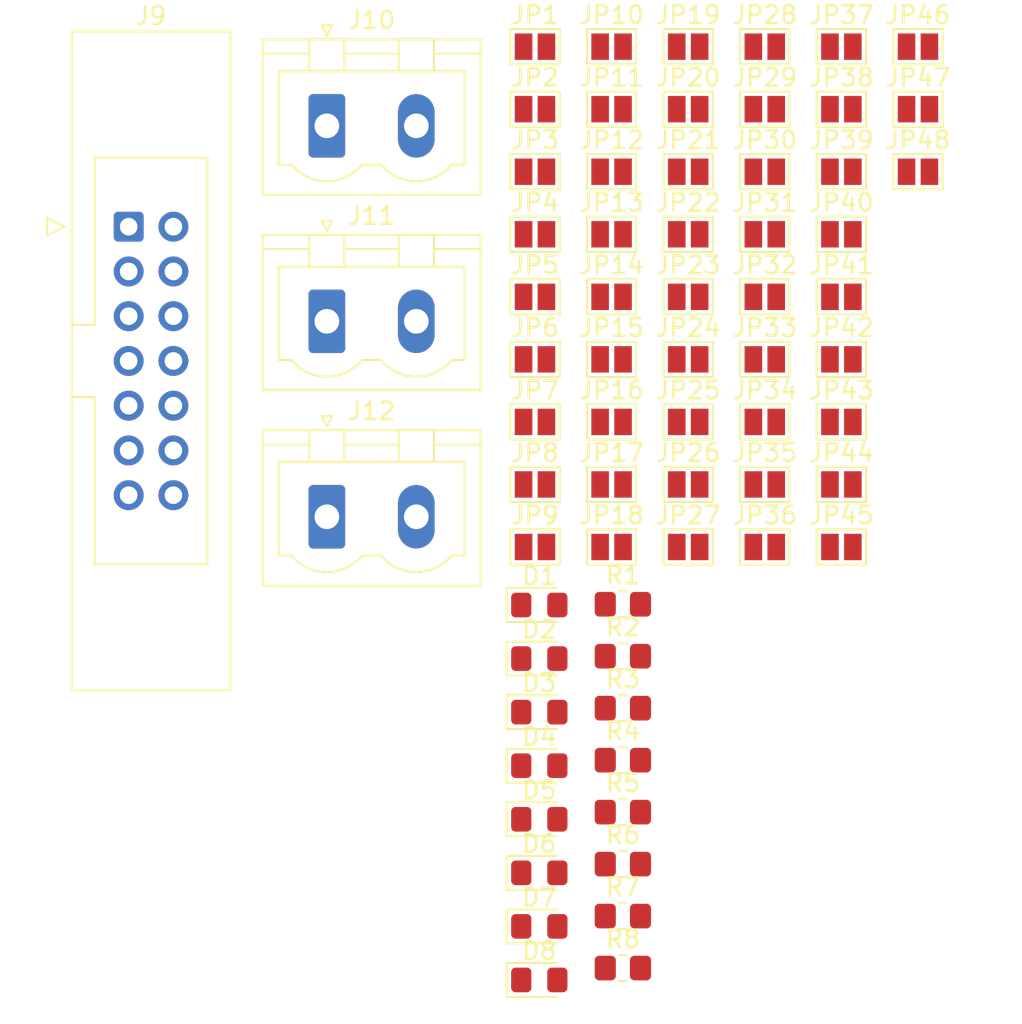
<source format=kicad_pcb>
(kicad_pcb (version 20240108) (generator "pcbnew") (generator_version "8.0")
  (layers (0 "F.Cu" signal) (31 "B.Cu" signal) (34 "B.Paste" user) (35 "F.Paste" user) (36 "B.SilkS" user "B.Silkscreen") (37 "F.SilkS" user "F.Silkscreen") (38 "B.Mask" user) (39 "F.Mask" user) (44 "Edge.Cuts" user))
  (net 0 "")
  (net 1 "Net-(D1-A)")
  (net 2 "Kanal 1")
  (net 3 "Kanal 2")
  (net 4 "Net-(D2-A)")
  (net 5 "Kanal 3")
  (net 6 "Net-(D3-A)")
  (net 7 "Net-(D4-A)")
  (net 8 "Kanal 4")
  (net 9 "Kanal 5")
  (net 10 "Net-(D5-A)")
  (net 11 "Kanal 6")
  (net 12 "Net-(D6-A)")
  (net 13 "Kanal 7")
  (net 14 "Net-(D7-A)")
  (net 15 "Net-(D8-A)")
  (net 16 "Kanal 8")
  (net 17 "+24V")
  (net 18 "GND")
  (net 19 "Rail A")
  (net 20 "Rail B")
  (net 21 "K1_COM")
  (net 22 "K1_NO")
  (net 23 "K1_NC")
  (net 24 "K2_COM")
  (net 25 "K2_NO")
  (net 26 "K2_NC")
  (net 27 "K3_COM")
  (net 28 "K3_NO")
  (net 29 "K3_NC")
  (net 30 "K4_COM")
  (net 31 "K4_NO")
  (net 32 "K4_NC")
  (net 33 "K5_COM")
  (net 34 "K5_NO")
  (net 35 "K5_NC")
  (net 36 "K6_COM")
  (net 37 "K6_NO")
  (net 38 "K6_NC")
  (net 39 "K7_COM")
  (net 40 "K7_NO")
  (net 41 "K7_NC")
  (net 42 "K8_COM")
  (net 43 "K8_NO")
  (net 44 "K8_NC")
  (footprint "Jumper:SolderJumper-2_P1.3mm_Open_Pad1.0x1.5mm" (layer "F.Cu") (at 158.01 68.85)
    (property "Reference" "JP4" (at 0 -1.8 0) (layer "F.SilkS"))
    (property "Value" "Jumper_2_Open")
    (pad "1" smd rect (at -0.65 0) (size 1 1.5) (layers "F.Cu" "F.Mask") (net 20 "Rail B"))
    (pad "2" smd rect (at 0.65 0) (size 1 1.5) (layers "F.Cu" "F.Mask") (net 22 "K1_NO"))
  )
  (footprint "Jumper:SolderJumper-2_P1.3mm_Open_Pad1.0x1.5mm" (layer "F.Cu") (at 166.71 68.85)
    (property "Reference" "JP22" (at 0 -1.8 0) (layer "F.SilkS"))
    (property "Value" "Jumper_2_Open")
    (pad "1" smd rect (at -0.65 0) (size 1 1.5) (layers "F.Cu" "F.Mask") (net 19 "Rail A"))
    (pad "2" smd rect (at 0.65 0) (size 1 1.5) (layers "F.Cu" "F.Mask") (net 32 "K4_NC"))
  )
  (footprint "Jumper:SolderJumper-2_P1.3mm_Open_Pad1.0x1.5mm" (layer "F.Cu") (at 175.41 75.95)
    (property "Reference" "JP42" (at 0 -1.8 0) (layer "F.SilkS"))
    (property "Value" "Jumper_2_Open")
    (pad "1" smd rect (at -0.65 0) (size 1 1.5) (layers "F.Cu" "F.Mask") (net 20 "Rail B"))
    (pad "2" smd rect (at 0.65 0) (size 1 1.5) (layers "F.Cu" "F.Mask") (net 41 "K7_NC"))
  )
  (footprint "Jumper:SolderJumper-2_P1.3mm_Open_Pad1.0x1.5mm" (layer "F.Cu") (at 175.41 68.85)
    (property "Reference" "JP40" (at 0 -1.8 0) (layer "F.SilkS"))
    (property "Value" "Jumper_2_Open")
    (pad "1" smd rect (at -0.65 0) (size 1 1.5) (layers "F.Cu" "F.Mask") (net 19 "Rail A"))
    (pad "2" smd rect (at 0.65 0) (size 1 1.5) (layers "F.Cu" "F.Mask") (net 41 "K7_NC"))
  )
  (footprint "LED_SMD:LED_0805_2012Metric_Pad1.15x1.40mm_HandSolder" (layer "F.Cu") (at 158.255 95.975)
    (property "Reference" "D3" (at 0 -1.65 0) (layer "F.SilkS"))
    (property "Value" "LED Low current")
    (pad "1" smd roundrect (at -1.025 0) (size 1.15 1.4) (layers "F.Cu" "F.Paste" "F.Mask") (roundrect_rratio 0.217391) (net 5 "Kanal 3"))
    (pad "2" smd roundrect (at 1.025 0) (size 1.15 1.4) (layers "F.Cu" "F.Paste" "F.Mask") (roundrect_rratio 0.217391) (net 6 "Net-(D3-A)"))
  )
  (footprint "Jumper:SolderJumper-2_P1.3mm_Open_Pad1.0x1.5mm" (layer "F.Cu") (at 171.06 65.3)
    (property "Reference" "JP30" (at 0 -1.8 0) (layer "F.SilkS"))
    (property "Value" "Jumper_2_Open")
    (pad "1" smd rect (at -0.65 0) (size 1 1.5) (layers "F.Cu" "F.Mask") (net 20 "Rail B"))
    (pad "2" smd rect (at 0.65 0) (size 1 1.5) (layers "F.Cu" "F.Mask") (net 35 "K5_NC"))
  )
  (footprint "Jumper:SolderJumper-2_P1.3mm_Open_Pad1.0x1.5mm" (layer "F.Cu") (at 158.01 58.2)
    (property "Reference" "JP1" (at 0 -1.8 0) (layer "F.SilkS"))
    (property "Value" "Jumper_2_Open")
    (pad "1" smd rect (at -0.65 0) (size 1 1.5) (layers "F.Cu" "F.Mask") (net 20 "Rail B"))
    (pad "2" smd rect (at 0.65 0) (size 1 1.5) (layers "F.Cu" "F.Mask") (net 21 "K1_COM"))
  )
  (footprint "Jumper:SolderJumper-2_P1.3mm_Open_Pad1.0x1.5mm" (layer "F.Cu") (at 171.06 83.05)
    (property "Reference" "JP35" (at 0 -1.8 0) (layer "F.SilkS"))
    (property "Value" "Jumper_2_Open")
    (pad "1" smd rect (at -0.65 0) (size 1 1.5) (layers "F.Cu" "F.Mask") (net 20 "Rail B"))
    (pad "2" smd rect (at 0.65 0) (size 1 1.5) (layers "F.Cu" "F.Mask") (net 37 "K6_NO"))
  )
  (footprint "Jumper:SolderJumper-2_P1.3mm_Open_Pad1.0x1.5mm" (layer "F.Cu") (at 175.41 79.5)
    (property "Reference" "JP43" (at 0 -1.8 0) (layer "F.SilkS"))
    (property "Value" "Jumper_2_Open")
    (pad "1" smd rect (at -0.65 0) (size 1 1.5) (layers "F.Cu" "F.Mask") (net 19 "Rail A"))
    (pad "2" smd rect (at 0.65 0) (size 1 1.5) (layers "F.Cu" "F.Mask") (net 42 "K8_COM"))
  )
  (footprint "Jumper:SolderJumper-2_P1.3mm_Open_Pad1.0x1.5mm" (layer "F.Cu") (at 166.71 58.2)
    (property "Reference" "JP19" (at 0 -1.8 0) (layer "F.SilkS"))
    (property "Value" "Jumper_2_Open")
    (pad "1" smd rect (at -0.65 0) (size 1 1.5) (layers "F.Cu" "F.Mask") (net 19 "Rail A"))
    (pad "2" smd rect (at 0.65 0) (size 1 1.5) (layers "F.Cu" "F.Mask") (net 30 "K4_COM"))
  )
  (footprint "Jumper:SolderJumper-2_P1.3mm_Open_Pad1.0x1.5mm" (layer "F.Cu") (at 179.76 61.75)
    (property "Reference" "JP47" (at 0 -1.8 0) (layer "F.SilkS"))
    (property "Value" "Jumper_2_Open")
    (pad "1" smd rect (at -0.65 0) (size 1 1.5) (layers "F.Cu" "F.Mask") (net 20 "Rail B"))
    (pad "2" smd rect (at 0.65 0) (size 1 1.5) (layers "F.Cu" "F.Mask") (net 43 "K8_NO"))
  )
  (footprint "Jumper:SolderJumper-2_P1.3mm_Open_Pad1.0x1.5mm" (layer "F.Cu") (at 162.36 61.75)
    (property "Reference" "JP11" (at 0 -1.8 0) (layer "F.SilkS"))
    (property "Value" "Jumper_2_Open")
    (pad "1" smd rect (at -0.65 0) (size 1 1.5) (layers "F.Cu" "F.Mask") (net 20 "Rail B"))
    (pad "2" smd rect (at 0.65 0) (size 1 1.5) (layers "F.Cu" "F.Mask") (net 25 "K2_NO"))
  )
  (footprint "Jumper:SolderJumper-2_P1.3mm_Open_Pad1.0x1.5mm" (layer "F.Cu") (at 158.01 86.6)
    (property "Reference" "JP9" (at 0 -1.8 0) (layer "F.SilkS"))
    (property "Value" "Jumper_2_Open")
    (pad "1" smd rect (at -0.65 0) (size 1 1.5) (layers "F.Cu" "F.Mask") (net 19 "Rail A"))
    (pad "2" smd rect (at 0.65 0) (size 1 1.5) (layers "F.Cu" "F.Mask") (net 25 "K2_NO"))
  )
  (footprint "Jumper:SolderJumper-2_P1.3mm_Open_Pad1.0x1.5mm" (layer "F.Cu") (at 175.41 58.2)
    (property "Reference" "JP37" (at 0 -1.8 0) (layer "F.SilkS"))
    (property "Value" "Jumper_2_Open")
    (pad "1" smd rect (at -0.65 0) (size 1 1.5) (layers "F.Cu" "F.Mask") (net 19 "Rail A"))
    (pad "2" smd rect (at 0.65 0) (size 1 1.5) (layers "F.Cu" "F.Mask") (net 39 "K7_COM"))
  )
  (footprint "Connector_Phoenix_MSTB:PhoenixContact_MSTBVA_2,5_2-G-5,08_1x02_P5.08mm_Vertical" (layer "F.Cu") (at 146.19 73.79)
    (property "Reference" "J11" (at 2.54 -6 0) (layer "F.SilkS"))
    (property "Value" "Conn_01x02_Socket")
    (pad "1" thru_hole roundrect (at 0 0) (size 2.08 3.6) (drill 1.4) (layers "*.Cu" "*.Mask") (roundrect_rratio 0.120192) (net 19 "Rail A"))
    (pad "2" thru_hole oval (at 5.08 0) (size 2.08 3.6) (drill 1.4) (layers "*.Cu" "*.Mask") (net 20 "Rail B"))
  )
  (footprint "Connector_IDC:IDC-Header_2x07_P2.54mm_Latch_Vertical" (layer "F.Cu") (at 134.935 68.42)
    (property "Reference" "J9" (at 1.27 -11.97 0) (layer "F.SilkS"))
    (property "Value" "Conn_02x07_Odd_Even")
    (pad "1" thru_hole roundrect (at 0 0) (size 1.7 1.7) (drill 1) (layers "*.Cu" "*.Mask") (roundrect_rratio 0.147059) (net 2 "Kanal 1"))
    (pad "2" thru_hole circle (at 2.54 0) (size 1.7 1.7) (drill 1) (layers "*.Cu" "*.Mask") (net 3 "Kanal 2"))
    (pad "3" thru_hole circle (at 0 2.54) (size 1.7 1.7) (drill 1) (layers "*.Cu" "*.Mask") (net 5 "Kanal 3"))
    (pad "4" thru_hole circle (at 2.54 2.54) (size 1.7 1.7) (drill 1) (layers "*.Cu" "*.Mask") (net 8 "Kanal 4"))
    (pad "5" thru_hole circle (at 0 5.08) (size 1.7 1.7) (drill 1) (layers "*.Cu" "*.Mask") (net 9 "Kanal 5"))
    (pad "6" thru_hole circle (at 2.54 5.08) (size 1.7 1.7) (drill 1) (layers "*.Cu" "*.Mask") (net 11 "Kanal 6"))
    (pad "7" thru_hole circle (at 0 7.62) (size 1.7 1.7) (drill 1) (layers "*.Cu" "*.Mask") (net 13 "Kanal 7"))
    (pad "8" thru_hole circle (at 2.54 7.62) (size 1.7 1.7) (drill 1) (layers "*.Cu" "*.Mask") (net 16 "Kanal 8"))
    (pad "9" thru_hole circle (at 0 10.16) (size 1.7 1.7) (drill 1) (layers "*.Cu" "*.Mask") (net 17 "+24V"))
    (pad "10" thru_hole circle (at 2.54 10.16) (size 1.7 1.7) (drill 1) (layers "*.Cu" "*.Mask") (net 18 "GND"))
    (pad "11" thru_hole circle (at 0 12.7) (size 1.7 1.7) (drill 1) (layers "*.Cu" "*.Mask") (net 17 "+24V"))
    (pad "12" thru_hole circle (at 2.54 12.7) (size 1.7 1.7) (drill 1) (layers "*.Cu" "*.Mask") (net 18 "GND"))
    (pad "13" thru_hole circle (at 0 15.24) (size 1.7 1.7) (drill 1) (layers "*.Cu" "*.Mask") (net 17 "+24V"))
    (pad "14" thru_hole circle (at 2.54 15.24) (size 1.7 1.7) (drill 1) (layers "*.Cu" "*.Mask") (net 18 "GND"))
  )
  (footprint "Jumper:SolderJumper-2_P1.3mm_Open_Pad1.0x1.5mm" (layer "F.Cu") (at 175.41 65.3)
    (property "Reference" "JP39" (at 0 -1.8 0) (layer "F.SilkS"))
    (property "Value" "Jumper_2_Open")
    (pad "1" smd rect (at -0.65 0) (size 1 1.5) (layers "F.Cu" "F.Mask") (net 19 "Rail A"))
    (pad "2" smd rect (at 0.65 0) (size 1 1.5) (layers "F.Cu" "F.Mask") (net 40 "K7_NO"))
  )
  (footprint "LED_SMD:LED_0805_2012Metric_Pad1.15x1.40mm_HandSolder" (layer "F.Cu") (at 158.255 92.935)
    (property "Reference" "D2" (at 0 -1.65 0) (layer "F.SilkS"))
    (property "Value" "LED Low current")
    (pad "1" smd roundrect (at -1.025 0) (size 1.15 1.4) (layers "F.Cu" "F.Paste" "F.Mask") (roundrect_rratio 0.217391) (net 3 "Kanal 2"))
    (pad "2" smd roundrect (at 1.025 0) (size 1.15 1.4) (layers "F.Cu" "F.Paste" "F.Mask") (roundrect_rratio 0.217391) (net 4 "Net-(D2-A)"))
  )
  (footprint "Jumper:SolderJumper-2_P1.3mm_Open_Pad1.0x1.5mm" (layer "F.Cu") (at 171.06 58.2)
    (property "Reference" "JP28" (at 0 -1.8 0) (layer "F.SilkS"))
    (property "Value" "Jumper_2_Open")
    (pad "1" smd rect (at -0.65 0) (size 1 1.5) (layers "F.Cu" "F.Mask") (net 19 "Rail A"))
    (pad "2" smd rect (at 0.65 0) (size 1 1.5) (layers "F.Cu" "F.Mask") (net 35 "K5_NC"))
  )
  (footprint "Jumper:SolderJumper-2_P1.3mm_Open_Pad1.0x1.5mm" (layer "F.Cu") (at 162.36 83.05)
    (property "Reference" "JP17" (at 0 -1.8 0) (layer "F.SilkS"))
    (property "Value" "Jumper_2_Open")
    (pad "1" smd rect (at -0.65 0) (size 1 1.5) (layers "F.Cu" "F.Mask") (net 20 "Rail B"))
    (pad "2" smd rect (at 0.65 0) (size 1 1.5) (layers "F.Cu" "F.Mask") (net 28 "K3_NO"))
  )
  (footprint "Resistor_SMD:R_0805_2012Metric_Pad1.20x1.40mm_HandSolder" (layer "F.Cu") (at 163 104.6)
    (property "Reference" "R6" (at 0 -1.65 0) (layer "F.SilkS"))
    (property "Value" "12.1k")
    (pad "1" smd roundrect (at -1 0) (size 1.2 1.4) (layers "F.Cu" "F.Paste" "F.Mask") (roundrect_rratio 0.208333) (net 12 "Net-(D6-A)"))
    (pad "2" smd roundrect (at 1 0) (size 1.2 1.4) (layers "F.Cu" "F.Paste" "F.Mask") (roundrect_rratio 0.208333) (net 18 "GND"))
  )
  (footprint "Resistor_SMD:R_0805_2012Metric_Pad1.20x1.40mm_HandSolder" (layer "F.Cu") (at 163 101.65)
    (property "Reference" "R5" (at 0 -1.65 0) (layer "F.SilkS"))
    (property "Value" "12.1k")
    (pad "1" smd roundrect (at -1 0) (size 1.2 1.4) (layers "F.Cu" "F.Paste" "F.Mask") (roundrect_rratio 0.208333) (net 10 "Net-(D5-A)"))
    (pad "2" smd roundrect (at 1 0) (size 1.2 1.4) (layers "F.Cu" "F.Paste" "F.Mask") (roundrect_rratio 0.208333) (net 18 "GND"))
  )
  (footprint "Jumper:SolderJumper-2_P1.3mm_Open_Pad1.0x1.5mm" (layer "F.Cu") (at 162.36 86.6)
    (property "Reference" "JP18" (at 0 -1.8 0) (layer "F.SilkS"))
    (property "Value" "Jumper_2_Open")
    (pad "1" smd rect (at -0.65 0) (size 1 1.5) (layers "F.Cu" "F.Mask") (net 20 "Rail B"))
    (pad "2" smd rect (at 0.65 0) (size 1 1.5) (layers "F.Cu" "F.Mask") (net 29 "K3_NC"))
  )
  (footprint "Jumper:SolderJumper-2_P1.3mm_Open_Pad1.0x1.5mm" (layer "F.Cu") (at 166.71 61.75)
    (property "Reference" "JP20" (at 0 -1.8 0) (layer "F.SilkS"))
    (property "Value" "Jumper_2_Open")
    (pad "1" smd rect (at -0.65 0) (size 1 1.5) (layers "F.Cu" "F.Mask") (net 20 "Rail B"))
    (pad "2" smd rect (at 0.65 0) (size 1 1.5) (layers "F.Cu" "F.Mask") (net 30 "K4_COM"))
  )
  (footprint "Jumper:SolderJumper-2_P1.3mm_Open_Pad1.0x1.5mm" (layer "F.Cu") (at 175.41 86.6)
    (property "Reference" "JP45" (at 0 -1.8 0) (layer "F.SilkS"))
    (property "Value" "Jumper_2_Open")
    (pad "1" smd rect (at -0.65 0) (size 1 1.5) (layers "F.Cu" "F.Mask") (net 19 "Rail A"))
    (pad "2" smd rect (at 0.65 0) (size 1 1.5) (layers "F.Cu" "F.Mask") (net 43 "K8_NO"))
  )
  (footprint "Resistor_SMD:R_0805_2012Metric_Pad1.20x1.40mm_HandSolder" (layer "F.Cu") (at 163 98.7)
    (property "Reference" "R4" (at 0 -1.65 0) (layer "F.SilkS"))
    (property "Value" "12.1k")
    (pad "1" smd roundrect (at -1 0) (size 1.2 1.4) (layers "F.Cu" "F.Paste" "F.Mask") (roundrect_rratio 0.208333) (net 7 "Net-(D4-A)"))
    (pad "2" smd roundrect (at 1 0) (size 1.2 1.4) (layers "F.Cu" "F.Paste" "F.Mask") (roundrect_rratio 0.208333) (net 18 "GND"))
  )
  (footprint "LED_SMD:LED_0805_2012Metric_Pad1.15x1.40mm_HandSolder" (layer "F.Cu") (at 158.255 111.175)
    (property "Reference" "D8" (at 0 -1.65 0) (layer "F.SilkS"))
    (property "Value" "LED Low current")
    (pad "1" smd roundrect (at -1.025 0) (size 1.15 1.4) (layers "F.Cu" "F.Paste" "F.Mask") (roundrect_rratio 0.217391) (net 16 "Kanal 8"))
    (pad "2" smd roundrect (at 1.025 0) (size 1.15 1.4) (layers "F.Cu" "F.Paste" "F.Mask") (roundrect_rratio 0.217391) (net 15 "Net-(D8-A)"))
  )
  (footprint "Jumper:SolderJumper-2_P1.3mm_Open_Pad1.0x1.5mm" (layer "F.Cu") (at 166.71 65.3)
    (property "Reference" "JP21" (at 0 -1.8 0) (layer "F.SilkS"))
    (property "Value" "Jumper_2_Open")
    (pad "1" smd rect (at -0.65 0) (size 1 1.5) (layers "F.Cu" "F.Mask") (net 19 "Rail A"))
    (pad "2" smd rect (at 0.65 0) (size 1 1.5) (layers "F.Cu" "F.Mask") (net 31 "K4_NO"))
  )
  (footprint "Jumper:SolderJumper-2_P1.3mm_Open_Pad1.0x1.5mm" (layer "F.Cu") (at 175.41 72.4)
    (property "Reference" "JP41" (at 0 -1.8 0) (layer "F.SilkS"))
    (property "Value" "Jumper_2_Open")
    (pad "1" smd rect (at -0.65 0) (size 1 1.5) (layers "F.Cu" "F.Mask") (net 20 "Rail B"))
    (pad "2" smd rect (at 0.65 0) (size 1 1.5) (layers "F.Cu" "F.Mask") (net 40 "K7_NO"))
  )
  (footprint "Connector_Phoenix_MSTB:PhoenixContact_MSTBVA_2,5_2-G-5,08_1x02_P5.08mm_Vertical" (layer "F.Cu") (at 146.19 62.695)
    (property "Reference" "J10" (at 2.54 -6 0) (layer "F.SilkS"))
    (property "Value" "Conn_01x02_Socket")
    (pad "1" thru_hole roundrect (at 0 0) (size 2.08 3.6) (drill 1.4) (layers "*.Cu" "*.Mask") (roundrect_rratio 0.120192) (net 17 "+24V"))
    (pad "2" thru_hole oval (at 5.08 0) (size 2.08 3.6) (drill 1.4) (layers "*.Cu" "*.Mask") (net 18 "GND"))
  )
  (footprint "Connector_Phoenix_MSTB:PhoenixContact_MSTBVA_2,5_2-G-5,08_1x02_P5.08mm_Vertical" (layer "F.Cu") (at 146.19 84.885)
    (property "Reference" "J12" (at 2.54 -6 0) (layer "F.SilkS"))
    (property "Value" "Conn_01x02_Socket")
    (pad "1" thru_hole roundrect (at 0 0) (size 2.08 3.6) (drill 1.4) (layers "*.Cu" "*.Mask") (roundrect_rratio 0.120192) (net 19 "Rail A"))
    (pad "2" thru_hole oval (at 5.08 0) (size 2.08 3.6) (drill 1.4) (layers "*.Cu" "*.Mask") (net 20 "Rail B"))
  )
  (footprint "Jumper:SolderJumper-2_P1.3mm_Open_Pad1.0x1.5mm" (layer "F.Cu") (at 175.41 61.75)
    (property "Reference" "JP38" (at 0 -1.8 0) (layer "F.SilkS"))
    (property "Value" "Jumper_2_Open")
    (pad "1" smd rect (at -0.65 0) (size 1 1.5) (layers "F.Cu" "F.Mask") (net 20 "Rail B"))
    (pad "2" smd rect (at 0.65 0) (size 1 1.5) (layers "F.Cu" "F.Mask") (net 39 "K7_COM"))
  )
  (footprint "Resistor_SMD:R_0805_2012Metric_Pad1.20x1.40mm_HandSolder" (layer "F.Cu") (at 163 110.5)
    (property "Reference" "R8" (at 0 -1.65 0) (layer "F.SilkS"))
    (property "Value" "12.1k")
    (pad "1" smd roundrect (at -1 0) (size 1.2 1.4) (layers "F.Cu" "F.Paste" "F.Mask") (roundrect_rratio 0.208333) (net 15 "Net-(D8-A)"))
    (pad "2" smd roundrect (at 1 0) (size 1.2 1.4) (layers "F.Cu" "F.Paste" "F.Mask") (roundrect_rratio 0.208333) (net 18 "GND"))
  )
  (footprint "Jumper:SolderJumper-2_P1.3mm_Open_Pad1.0x1.5mm" (layer "F.Cu") (at 158.01 61.75)
    (property "Reference" "JP2" (at 0 -1.8 0) (layer "F.SilkS"))
    (property "Value" "Jumper_2_Open")
    (pad "1" smd rect (at -0.65 0) (size 1 1.5) (layers "F.Cu" "F.Mask") (net 19 "Rail A"))
    (pad "2" smd rect (at 0.65 0) (size 1 1.5) (layers "F.Cu" "F.Mask") (net 21 "K1_COM"))
  )
  (footprint "LED_SMD:LED_0805_2012Metric_Pad1.15x1.40mm_HandSolder" (layer "F.Cu") (at 158.255 105.095)
    (property "Reference" "D6" (at 0 -1.65 0) (layer "F.SilkS"))
    (property "Value" "LED Low current")
    (pad "1" smd roundrect (at -1.025 0) (size 1.15 1.4) (layers "F.Cu" "F.Paste" "F.Mask") (roundrect_rratio 0.217391) (net 11 "Kanal 6"))
    (pad "2" smd roundrect (at 1.025 0) (size 1.15 1.4) (layers "F.Cu" "F.Paste" "F.Mask") (roundrect_rratio 0.217391) (net 12 "Net-(D6-A)"))
  )
  (footprint "LED_SMD:LED_0805_2012Metric_Pad1.15x1.40mm_HandSolder" (layer "F.Cu") (at 158.255 99.015)
    (property "Reference" "D4" (at 0 -1.65 0) (layer "F.SilkS"))
    (property "Value" "LED Low current")
    (pad "1" smd roundrect (at -1.025 0) (size 1.15 1.4) (layers "F.Cu" "F.Paste" "F.Mask") (roundrect_rratio 0.217391) (net 8 "Kanal 4"))
    (pad "2" smd roundrect (at 1.025 0) (size 1.15 1.4) (layers "F.Cu" "F.Paste" "F.Mask") (roundrect_rratio 0.217391) (net 7 "Net-(D4-A)"))
  )
  (footprint "Jumper:SolderJumper-2_P1.3mm_Open_Pad1.0x1.5mm" (layer "F.Cu") (at 166.71 75.95)
    (property "Reference" "JP24" (at 0 -1.8 0) (layer "F.SilkS"))
    (property "Value" "Jumper_2_Open")
    (pad "1" smd rect (at -0.65 0) (size 1 1.5) (layers "F.Cu" "F.Mask") (net 20 "Rail B"))
    (pad "2" smd rect (at 0.65 0) (size 1 1.5) (layers "F.Cu" "F.Mask") (net 32 "K4_NC"))
  )
  (footprint "Jumper:SolderJumper-2_P1.3mm_Open_Pad1.0x1.5mm" (layer "F.Cu") (at 179.76 65.3)
    (property "Reference" "JP48" (at 0 -1.8 0) (layer "F.SilkS"))
    (property "Value" "Jumper_2_Open")
    (pad "1" smd rect (at -0.65 0) (size 1 1.5) (layers "F.Cu" "F.Mask") (net 20 "Rail B"))
    (pad "2" smd rect (at 0.65 0) (size 1 1.5) (layers "F.Cu" "F.Mask") (net 44 "K8_NC"))
  )
  (footprint "Jumper:SolderJumper-2_P1.3mm_Open_Pad1.0x1.5mm" (layer "F.Cu") (at 171.06 86.6)
    (property "Reference" "JP36" (at 0 -1.8 0) (layer "F.SilkS"))
    (property "Value" "Jumper_2_Open")
    (pad "1" smd rect (at -0.65 0) (size 1 1.5) (layers "F.Cu" "F.Mask") (net 20 "Rail B"))
    (pad "2" smd rect (at 0.65 0) (size 1 1.5) (layers "F.Cu" "F.Mask") (net 38 "K6_NC"))
  )
  (footprint "LED_SMD:LED_0805_2012Metric_Pad1.15x1.40mm_HandSolder" (layer "F.Cu") (at 158.255 89.895)
    (property "Reference" "D1" (at 0 -1.65 0) (layer "F.SilkS"))
    (property "Value" "LED Low current")
    (pad "1" smd roundrect (at -1.025 0) (size 1.15 1.4) (layers "F.Cu" "F.Paste" "F.Mask") (roundrect_rratio 0.217391) (net 2 "Kanal 1"))
    (pad "2" smd roundrect (at 1.025 0) (size 1.15 1.4) (layers "F.Cu" "F.Paste" "F.Mask") (roundrect_rratio 0.217391) (net 1 "Net-(D1-A)"))
  )
  (footprint "Jumper:SolderJumper-2_P1.3mm_Open_Pad1.0x1.5mm" (layer "F.Cu") (at 166.71 79.5)
    (property "Reference" "JP25" (at 0 -1.8 0) (layer "F.SilkS"))
    (property "Value" "Jumper_2_Open")
    (pad "1" smd rect (at -0.65 0) (size 1 1.5) (layers "F.Cu" "F.Mask") (net 19 "Rail A"))
    (pad "2" smd rect (at 0.65 0) (size 1 1.5) (layers "F.Cu" "F.Mask") (net 33 "K5_COM"))
  )
  (footprint "Jumper:SolderJumper-2_P1.3mm_Open_Pad1.0x1.5mm" (layer "F.Cu") (at 175.41 83.05)
    (property "Reference" "JP44" (at 0 -1.8 0) (layer "F.SilkS"))
    (property "Value" "Jumper_2_Open")
    (pad "1" smd rect (at -0.65 0) (size 1 1.5) (layers "F.Cu" "F.Mask") (net 20 "Rail B"))
    (pad "2" smd rect (at 0.65 0) (size 1 1.5) (layers "F.Cu" "F.Mask") (net 42 "K8_COM"))
  )
  (footprint "LED_SMD:LED_0805_2012Metric_Pad1.15x1.40mm_HandSolder" (layer "F.Cu") (at 158.255 108.135)
    (property "Reference" "D7" (at 0 -1.65 0) (layer "F.SilkS"))
    (property "Value" "LED Low current")
    (pad "1" smd roundrect (at -1.025 0) (size 1.15 1.4) (layers "F.Cu" "F.Paste" "F.Mask") (roundrect_rratio 0.217391) (net 13 "Kanal 7"))
    (pad "2" smd roundrect (at 1.025 0) (size 1.15 1.4) (layers "F.Cu" "F.Paste" "F.Mask") (roundrect_rratio 0.217391) (net 14 "Net-(D7-A)"))
  )
  (footprint "Jumper:SolderJumper-2_P1.3mm_Open_Pad1.0x1.5mm" (layer "F.Cu") (at 171.06 72.4)
    (property "Reference" "JP32" (at 0 -1.8 0) (layer "F.SilkS"))
    (property "Value" "Jumper_2_Open")
    (pad "1" smd rect (at -0.65 0) (size 1 1.5) (layers "F.Cu" "F.Mask") (net 20 "Rail B"))
    (pad "2" smd rect (at 0.65 0) (size 1 1.5) (layers "F.Cu" "F.Mask") (net 36 "K6_COM"))
  )
  (footprint "Jumper:SolderJumper-2_P1.3mm_Open_Pad1.0x1.5mm" (layer "F.Cu") (at 166.71 86.6)
    (property "Reference" "JP27" (at 0 -1.8 0) (layer "F.SilkS"))
    (property "Value" "Jumper_2_Open")
    (pad "1" smd rect (at -0.65 0) (size 1 1.5) (layers "F.Cu" "F.Mask") (net 19 "Rail A"))
    (pad "2" smd rect (at 0.65 0) (size 1 1.5) (layers "F.Cu" "F.Mask") (net 34 "K5_NO"))
  )
  (footprint "Jumper:SolderJumper-2_P1.3mm_Open_Pad1.0x1.5mm" (layer "F.Cu") (at 158.01 83.05)
    (property "Reference" "JP8" (at 0 -1.8 0) (layer "F.SilkS"))
    (property "Value" "Jumper_2_Open")
    (pad "1" smd rect (at -0.65 0) (size 1 1.5) (layers "F.Cu" "F.Mask") (net 20 "Rail B"))
    (pad "2" smd rect (at 0.65 0) (size 1 1.5) (layers "F.Cu" "F.Mask") (net 24 "K2_COM"))
  )
  (footprint "Resistor_SMD:R_0805_2012Metric_Pad1.20x1.40mm_HandSolder" (layer "F.Cu") (at 163 107.55)
    (property "Reference" "R7" (at 0 -1.65 0) (layer "F.SilkS"))
    (property "Value" "12.1k")
    (pad "1" smd roundrect (at -1 0) (size 1.2 1.4) (layers "F.Cu" "F.Paste" "F.Mask") (roundrect_rratio 0.208333) (net 14 "Net-(D7-A)"))
    (pad "2" smd roundrect (at 1 0) (size 1.2 1.4) (layers "F.Cu" "F.Paste" "F.Mask") (roundrect_rratio 0.208333) (net 18 "GND"))
  )
  (footprint "Jumper:SolderJumper-2_P1.3mm_Open_Pad1.0x1.5mm" (layer "F.Cu") (at 162.36 75.95)
    (property "Reference" "JP15" (at 0 -1.8 0) (layer "F.SilkS"))
    (property "Value" "Jumper_2_Open")
    (pad "1" smd rect (at -0.65 0) (size 1 1.5) (layers "F.Cu" "F.Mask") (net 19 "Rail A"))
    (pad "2" smd rect (at 0.65 0) (size 1 1.5) (layers "F.Cu" "F.Mask") (net 28 "K3_NO"))
  )
  (footprint "Jumper:SolderJumper-2_P1.3mm_Open_Pad1.0x1.5mm" (layer "F.Cu") (at 166.71 83.05)
    (property "Reference" "JP26" (at 0 -1.8 0) (layer "F.SilkS"))
    (property "Value" "Jumper_2_Open")
    (pad "1" smd rect (at -0.65 0) (size 1 1.5) (layers "F.Cu" "F.Mask") (net 20 "Rail B"))
    (pad "2" smd rect (at 0.65 0) (size 1 1.5) (layers "F.Cu" "F.Mask") (net 33 "K5_COM"))
  )
  (footprint "Resistor_SMD:R_0805_2012Metric_Pad1.20x1.40mm_HandSolder" (layer "F.Cu") (at 163 89.85)
    (property "Reference" "R1" (at 0 -1.65 0) (layer "F.SilkS"))
    (property "Value" "12.1k")
    (pad "1" smd roundrect (at -1 0) (size 1.2 1.4) (layers "F.Cu" "F.Paste" "F.Mask") (roundrect_rratio 0.208333) (net 1 "Net-(D1-A)"))
    (pad "2" smd roundrect (at 1 0) (size 1.2 1.4) (layers "F.Cu" "F.Paste" "F.Mask") (roundrect_rratio 0.208333) (net 18 "GND"))
  )
  (footprint "Jumper:SolderJumper-2_P1.3mm_Open_Pad1.0x1.5mm" (layer "F.Cu") (at 158.01 65.3)
    (property "Reference" "JP3" (at 0 -1.8 0) (layer "F.SilkS"))
    (property "Value" "Jumper_2_Open")
    (pad "1" smd rect (at -0.65 0) (size 1 1.5) (layers "F.Cu" "F.Mask") (net 19 "Rail A"))
    (pad "2" smd rect (at 0.65 0) (size 1 1.5) (layers "F.Cu" "F.Mask") (net 22 "K1_NO"))
  )
  (footprint "Jumper:SolderJumper-2_P1.3mm_Open_Pad1.0x1.5mm" (layer "F.Cu") (at 162.36 68.85)
    (property "Reference" "JP13" (at 0 -1.8 0) (layer "F.SilkS"))
    (property "Value" "Jumper_2_Open")
    (pad "1" smd rect (at -0.65 0) (size 1 1.5) (layers "F.Cu" "F.Mask") (net 19 "Rail A"))
    (pad "2" smd rect (at 0.65 0) (size 1 1.5) (layers "F.Cu" "F.Mask") (net 27 "K3_COM"))
  )
  (footprint "Jumper:SolderJumper-2_P1.3mm_Open_Pad1.0x1.5mm" (layer "F.Cu") (at 171.06 79.5)
    (property "Reference" "JP34" (at 0 -1.8 0) (layer "F.SilkS"))
    (property "Value" "Jumper_2_Open")
    (pad "1" smd rect (at -0.65 0) (size 1 1.5) (layers "F.Cu" "F.Mask") (net 19 "Rail A"))
    (pad "2" smd rect (at 0.65 0) (size 1 1.5) (layers "F.Cu" "F.Mask") (net 38 "K6_NC"))
  )
  (footprint "Jumper:SolderJumper-2_P1.3mm_Open_Pad1.0x1.5mm" (layer "F.Cu") (at 158.01 72.4)
    (property "Reference" "JP5" (at 0 -1.8 0) (layer "F.SilkS"))
    (property "Value" "Jumper_2_Open")
    (pad "1" smd rect (at -0.65 0) (size 1 1.5) (layers "F.Cu" "F.Mask") (net 19 "Rail A"))
    (pad "2" smd rect (at 0.65 0) (size 1 1.5) (layers "F.Cu" "F.Mask") (net 23 "K1_NC"))
  )
  (footprint "Jumper:SolderJumper-2_P1.3mm_Open_Pad1.0x1.5mm" (layer "F.Cu") (at 158.01 79.5)
    (property "Reference" "JP7" (at 0 -1.8 0) (layer "F.SilkS"))
    (property "Value" "Jumper_2_Open")
    (pad "1" smd rect (at -0.65 0) (size 1 1.5) (layers "F.Cu" "F.Mask") (net 19 "Rail A"))
    (pad "2" smd rect (at 0.65 0) (size 1 1.5) (layers "F.Cu" "F.Mask") (net 24 "K2_COM"))
  )
  (footprint "Jumper:SolderJumper-2_P1.3mm_Open_Pad1.0x1.5mm" (layer "F.Cu") (at 171.06 75.95)
    (property "Reference" "JP33" (at 0 -1.8 0) (layer "F.SilkS"))
    (property "Value" "Jumper_2_Open")
    (pad "1" smd rect (at -0.65 0) (size 1 1.5) (layers "F.Cu" "F.Mask") (net 19 "Rail A"))
    (pad "2" smd rect (at 0.65 0) (size 1 1.5) (layers "F.Cu" "F.Mask") (net 37 "K6_NO"))
  )
  (footprint "Jumper:SolderJumper-2_P1.3mm_Open_Pad1.0x1.5mm" (layer "F.Cu") (at 158.01 75.95)
    (property "Reference" "JP6" (at 0 -1.8 0) (layer "F.SilkS"))
    (property "Value" "Jumper_2_Open")
    (pad "1" smd rect (at -0.65 0) (size 1 1.5) (layers "F.Cu" "F.Mask") (net 20 "Rail B"))
    (pad "2" smd rect (at 0.65 0) (size 1 1.5) (layers "F.Cu" "F.Mask") (net 23 "K1_NC"))
  )
  (footprint "Jumper:SolderJumper-2_P1.3mm_Open_Pad1.0x1.5mm" (layer "F.Cu") (at 179.76 58.2)
    (property "Reference" "JP46" (at 0 -1.8 0) (layer "F.SilkS"))
    (property "Value" "Jumper_2_Open")
    (pad "1" smd rect (at -0.65 0) (size 1 1.5) (layers "F.Cu" "F.Mask") (net 19 "Rail A"))
    (pad "2" smd rect (at 0.65 0) (size 1 1.5) (layers "F.Cu" "F.Mask") (net 44 "K8_NC"))
  )
  (footprint "Jumper:SolderJumper-2_P1.3mm_Open_Pad1.0x1.5mm" (layer "F.Cu") (at 162.36 58.2)
    (property "Reference" "JP10" (at 0 -1.8 0) (layer "F.SilkS"))
    (property "Value" "Jumper_2_Open")
    (pad "1" smd rect (at -0.65 0) (size 1 1.5) (layers "F.Cu" "F.Mask") (net 19 "Rail A"))
    (pad "2" smd rect (at 0.65 0) (size 1 1.5) (layers "F.Cu" "F.Mask") (net 26 "K2_NC"))
  )
  (footprint "Jumper:SolderJumper-2_P1.3mm_Open_Pad1.0x1.5mm" (layer "F.Cu") (at 162.36 65.3)
    (property "Reference" "JP12" (at 0 -1.8 0) (layer "F.SilkS"))
    (property "Value" "Jumper_2_Open")
    (pad "1" smd rect (at -0.65 0) (size 1 1.5) (layers "F.Cu" "F.Mask") (net 20 "Rail B"))
    (pad "2" smd rect (at 0.65 0) (size 1 1.5) (layers "F.Cu" "F.Mask") (net 26 "K2_NC"))
  )
  (footprint "Resistor_SMD:R_0805_2012Metric_Pad1.20x1.40mm_HandSolder" (layer "F.Cu") (at 163 95.75)
    (property "Reference" "R3" (at 0 -1.65 0) (layer "F.SilkS"))
    (property "Value" "12.1k")
    (pad "1" smd roundrect (at -1 0) (size 1.2 1.4) (layers "F.Cu" "F.Paste" "F.Mask") (roundrect_rratio 0.208333) (net 6 "Net-(D3-A)"))
    (pad "2" smd roundrect (at 1 0) (size 1.2 1.4) (layers "F.Cu" "F.Paste" "F.Mask") (roundrect_rratio 0.208333) (net 18 "GND"))
  )
  (footprint "Resistor_SMD:R_0805_2012Metric_Pad1.20x1.40mm_HandSolder" (layer "F.Cu") (at 163 92.8)
    (property "Reference" "R2" (at 0 -1.65 0) (layer "F.SilkS"))
    (property "Value" "12.1k")
    (pad "1" smd roundrect (at -1 0) (size 1.2 1.4) (layers "F.Cu" "F.Paste" "F.Mask") (roundrect_rratio 0.208333) (net 4 "Net-(D2-A)"))
    (pad "2" smd roundrect (at 1 0) (size 1.2 1.4) (layers "F.Cu" "F.Paste" "F.Mask") (roundrect_rratio 0.208333) (net 18 "GND"))
  )
  (footprint "Jumper:SolderJumper-2_P1.3mm_Open_Pad1.0x1.5mm" (layer "F.Cu") (at 171.06 61.75)
    (property "Reference" "JP29" (at 0 -1.8 0) (layer "F.SilkS"))
    (property "Value" "Jumper_2_Open")
    (pad "1" smd rect (at -0.65 0) (size 1 1.5) (layers "F.Cu" "F.Mask") (net 20 "Rail B"))
    (pad "2" smd rect (at 0.65 0) (size 1 1.5) (layers "F.Cu" "F.Mask") (net 34 "K5_NO"))
  )
  (footprint "LED_SMD:LED_0805_2012Metric_Pad1.15x1.40mm_HandSolder" (layer "F.Cu") (at 158.255 102.055)
    (property "Reference" "D5" (at 0 -1.65 0) (layer "F.SilkS"))
    (property "Value" "LED Low current")
    (pad "1" smd roundrect (at -1.025 0) (size 1.15 1.4) (layers "F.Cu" "F.Paste" "F.Mask") (roundrect_rratio 0.217391) (net 9 "Kanal 5"))
    (pad "2" smd roundrect (at 1.025 0) (size 1.15 1.4) (layers "F.Cu" "F.Paste" "F.Mask") (roundrect_rratio 0.217391) (net 10 "Net-(D5-A)"))
  )
  (footprint "Jumper:SolderJumper-2_P1.3mm_Open_Pad1.0x1.5mm" (layer "F.Cu") (at 166.71 72.4)
    (property "Reference" "JP23" (at 0 -1.8 0) (layer "F.SilkS"))
    (property "Value" "Jumper_2_Open")
    (pad "1" smd rect (at -0.65 0) (size 1 1.5) (layers "F.Cu" "F.Mask") (net 20 "Rail B"))
    (pad "2" smd rect (at 0.65 0) (size 1 1.5) (layers "F.Cu" "F.Mask") (net 31 "K4_NO"))
  )
  (footprint "Jumper:SolderJumper-2_P1.3mm_Open_Pad1.0x1.5mm" (layer "F.Cu") (at 171.06 68.85)
    (property "Reference" "JP31" (at 0 -1.8 0) (layer "F.SilkS"))
    (property "Value" "Jumper_2_Open")
    (pad "1" smd rect (at -0.65 0) (size 1 1.5) (layers "F.Cu" "F.Mask") (net 19 "Rail A"))
    (pad "2" smd rect (at 0.65 0) (size 1 1.5) (layers "F.Cu" "F.Mask") (net 36 "K6_COM"))
  )
  (footprint "Jumper:SolderJumper-2_P1.3mm_Open_Pad1.0x1.5mm" (layer "F.Cu") (at 162.36 79.5)
    (property "Reference" "JP16" (at 0 -1.8 0) (layer "F.SilkS"))
    (property "Value" "Jumper_2_Open")
    (pad "1" smd rect (at -0.65 0) (size 1 1.5) (layers "F.Cu" "F.Mask") (net 19 "Rail A"))
    (pad "2" smd rect (at 0.65 0) (size 1 1.5) (layers "F.Cu" "F.Mask") (net 29 "K3_NC"))
  )
  (footprint "Jumper:SolderJumper-2_P1.3mm_Open_Pad1.0x1.5mm" (layer "F.Cu") (at 162.36 72.4)
    (property "Reference" "JP14" (at 0 -1.8 0) (layer "F.SilkS"))
    (property "Value" "Jumper_2_Open")
    (pad "1" smd rect (at -0.65 0) (size 1 1.5) (layers "F.Cu" "F.Mask") (net 20 "Rail B"))
    (pad "2" smd rect (at 0.65 0) (size 1 1.5) (layers "F.Cu" "F.Mask") (net 27 "K3_COM"))
  )
)
</source>
